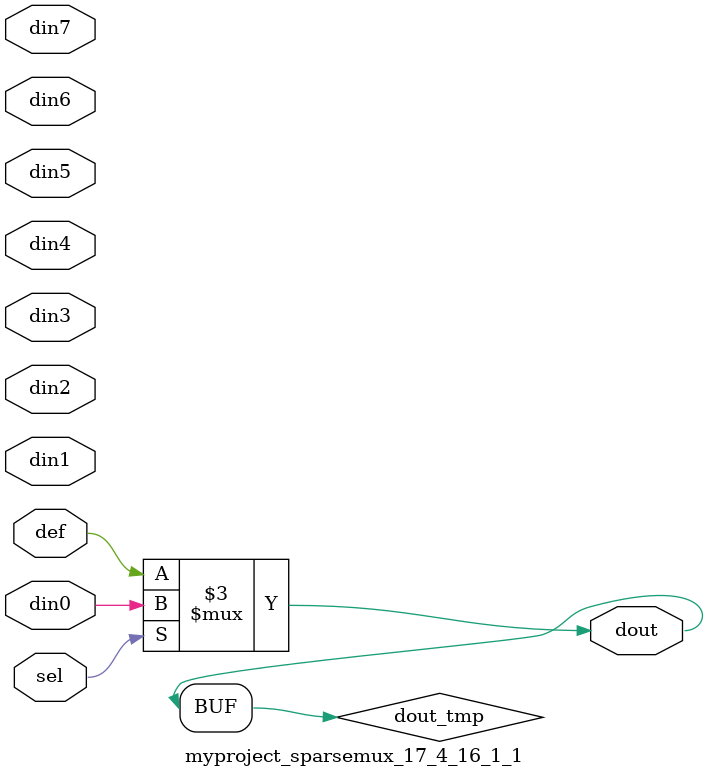
<source format=v>
`timescale 1ns / 1ps

module myproject_sparsemux_17_4_16_1_1 (din0,din1,din2,din3,din4,din5,din6,din7,def,sel,dout);

parameter din0_WIDTH = 1;

parameter din1_WIDTH = 1;

parameter din2_WIDTH = 1;

parameter din3_WIDTH = 1;

parameter din4_WIDTH = 1;

parameter din5_WIDTH = 1;

parameter din6_WIDTH = 1;

parameter din7_WIDTH = 1;

parameter def_WIDTH = 1;
parameter sel_WIDTH = 1;
parameter dout_WIDTH = 1;

parameter [sel_WIDTH-1:0] CASE0 = 1;

parameter [sel_WIDTH-1:0] CASE1 = 1;

parameter [sel_WIDTH-1:0] CASE2 = 1;

parameter [sel_WIDTH-1:0] CASE3 = 1;

parameter [sel_WIDTH-1:0] CASE4 = 1;

parameter [sel_WIDTH-1:0] CASE5 = 1;

parameter [sel_WIDTH-1:0] CASE6 = 1;

parameter [sel_WIDTH-1:0] CASE7 = 1;

parameter ID = 1;
parameter NUM_STAGE = 1;



input [din0_WIDTH-1:0] din0;

input [din1_WIDTH-1:0] din1;

input [din2_WIDTH-1:0] din2;

input [din3_WIDTH-1:0] din3;

input [din4_WIDTH-1:0] din4;

input [din5_WIDTH-1:0] din5;

input [din6_WIDTH-1:0] din6;

input [din7_WIDTH-1:0] din7;

input [def_WIDTH-1:0] def;
input [sel_WIDTH-1:0] sel;

output [dout_WIDTH-1:0] dout;



reg [dout_WIDTH-1:0] dout_tmp;

always @ (*) begin
case (sel)
    
    CASE0 : dout_tmp = din0;
    
    CASE1 : dout_tmp = din1;
    
    CASE2 : dout_tmp = din2;
    
    CASE3 : dout_tmp = din3;
    
    CASE4 : dout_tmp = din4;
    
    CASE5 : dout_tmp = din5;
    
    CASE6 : dout_tmp = din6;
    
    CASE7 : dout_tmp = din7;
    
    default : dout_tmp = def;
endcase
end


assign dout = dout_tmp;



endmodule

</source>
